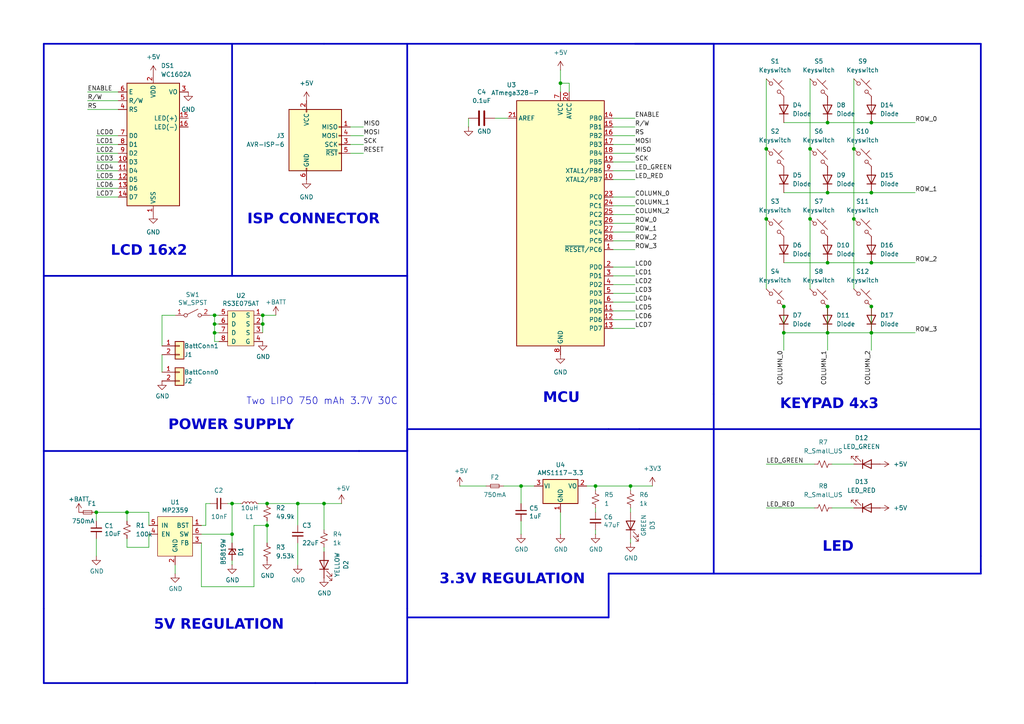
<source format=kicad_sch>
(kicad_sch (version 20231120) (generator "eeschema") (generator_version "8.0")
  (paper "A4")
  (title_block (title "Digital door lock") (date "2024-03-26"))
  (lib_symbols
    (symbol "+BATT_1" (power) (pin_names (offset 0))
      (property "Value" "+BATT" (at 0 3.556 0))
      (symbol "+BATT_1_0_1"
        (polyline (pts (xy -0.762 1.27) (xy 0 2.54)))
        (polyline (pts (xy 0 0) (xy 0 2.54)))
        (polyline (pts (xy 0 2.54) (xy 0.762 1.27)))
      )
      (symbol "+BATT_1_1_1"
        (pin power_in line (at 0 0 90) (length 0) hide (name "+BATT") (number "1"))
      )
    )
    (symbol "Connector:AVR-ISP-6" (pin_names (offset 1.016))
      (property "Reference" "J" (at -6.35 11.43 0))
      (property "Value" "AVR-ISP-6" (at 0 11.43 0))
      (symbol "AVR-ISP-6_0_1"
        (rectangle (start -2.667 -6.858) (end -2.413 -7.62))
        (rectangle (start -2.667 10.16) (end -2.413 9.398))
        (rectangle (start 7.62 -2.413) (end 6.858 -2.667))
        (rectangle (start 7.62 0.127) (end 6.858 -0.127))
        (rectangle (start 7.62 2.667) (end 6.858 2.413))
        (rectangle (start 7.62 5.207) (end 6.858 4.953))
        (rectangle (start 7.62 10.16) (end -7.62 -7.62) (stroke (width 0.254)) (fill (type background)))
      )
      (symbol "AVR-ISP-6_1_1"
        (pin passive line (at 10.16 5.08 180) (length 2.54) (name "MISO") (number "1"))
        (pin passive line (at -2.54 12.7 270) (length 2.54) (name "VCC") (number "2"))
        (pin passive line (at 10.16 0 180) (length 2.54) (name "SCK") (number "3"))
        (pin passive line (at 10.16 2.54 180) (length 2.54) (name "MOSI") (number "4"))
        (pin passive line (at 10.16 -2.54 180) (length 2.54) (name "~{RST}") (number "5"))
        (pin passive line (at -2.54 -10.16 90) (length 2.54) (name "GND") (number "6"))
      )
    )
    (symbol "Connector_Generic:Conn_01x02" (pin_names (offset 1.016) hide)
      (property "Reference" "J" (at 0 2.54 0))
      (property "Value" "Conn_01x02" (at 0 -5.08 0))
      (symbol "Conn_01x02_1_1"
        (rectangle (start -1.27 -2.413) (end 0 -2.667) (stroke (width 0.1524)))
        (rectangle (start -1.27 0.127) (end 0 -0.127) (stroke (width 0.1524)))
        (rectangle (start -1.27 1.27) (end 1.27 -3.81) (stroke (width 0.254)) (fill (type background)))
        (pin passive line (at -5.08 0 0) (length 3.81) (name "Pin_1") (number "1"))
        (pin passive line (at -5.08 -2.54 0) (length 3.81) (name "Pin_2") (number "2"))
      )
    )
    (symbol "Custom_ICs:MP2359" (pin_names (offset 1.016))
      (property "Reference" "U" (at 0 7.62 0))
      (property "Value" "MP2359" (at 0 5.08 0))
      (symbol "MP2359_0_1"
        (rectangle (start -5.08 3.81) (end 5.08 -7.62) (fill (type background)))
      )
      (symbol "MP2359_1_1"
        (pin output line (at 7.62 1.27 180) (length 2.54) (name "BST") (number "1"))
        (pin output line (at 0 -10.16 90) (length 2.54) (name "GND") (number "2"))
        (pin input line (at 7.62 -3.81 180) (length 2.54) (name "FB") (number "3"))
        (pin input line (at -7.62 -1.27 0) (length 2.54) (name "EN") (number "4"))
        (pin power_in line (at -7.62 1.27 0) (length 2.54) (name "IN") (number "5"))
        (pin output line (at 7.62 -1.27 180) (length 2.54) (name "SW") (number "6"))
      )
    )
    (symbol "Custom_ICs:RS3E075AT" (pin_names (offset 1.016))
      (property "Reference" "U" (at 0 6.35 0))
      (property "Value" "RS3E075AT" (at 0 -6.35 0))
      (symbol "RS3E075AT_0_1"
        (rectangle (start -3.81 5.08) (end 3.81 -5.08) (fill (type background)))
      )
      (symbol "RS3E075AT_1_1"
        (pin bidirectional line (at 6.35 3.81 180) (length 2.54) (name "S") (number "1"))
        (pin bidirectional line (at 6.35 1.27 180) (length 2.54) (name "S") (number "2"))
        (pin bidirectional line (at 6.35 -1.27 180) (length 2.54) (name "S") (number "3"))
        (pin input line (at 6.35 -3.81 180) (length 2.54) (name "G") (number "4"))
        (pin input line (at -6.35 3.81 0) (length 2.54) (name "D") (number "5"))
        (pin input line (at -6.35 1.27 0) (length 2.54) (name "D") (number "6"))
        (pin input line (at -6.35 -1.27 0) (length 2.54) (name "D") (number "7"))
        (pin input line (at -6.35 -3.81 0) (length 2.54) (name "D") (number "8"))
      )
    )
    (symbol "Device:C" (pin_numbers hide) (pin_names (offset 0.254))
      (property "Reference" "C" (at 0.635 2.54 0))
      (property "Value" "C" (at 0.635 -2.54 0))
      (symbol "C_0_1"
        (polyline (pts (xy -2.032 -0.762) (xy 2.032 -0.762)) (stroke (width 0.508)))
        (polyline (pts (xy -2.032 0.762) (xy 2.032 0.762)) (stroke (width 0.508)))
      )
      (symbol "C_1_1"
        (pin passive line (at 0 3.81 270) (length 2.794) (name "~") (number "1"))
        (pin passive line (at 0 -3.81 90) (length 2.794) (name "~") (number "2"))
      )
    )
    (symbol "Device:C_Small" (pin_numbers hide) (pin_names (offset 0.254) hide)
      (property "Reference" "C" (at 0.254 1.778 0))
      (property "Value" "C_Small" (at 0.254 -2.032 0))
      (symbol "C_Small_0_1"
        (polyline (pts (xy -1.524 -0.508) (xy 1.524 -0.508)) (stroke (width 0.3302)))
        (polyline (pts (xy -1.524 0.508) (xy 1.524 0.508)) (stroke (width 0.3048)))
      )
      (symbol "C_Small_1_1"
        (pin passive line (at 0 2.54 270) (length 2.032) (name "~") (number "1"))
        (pin passive line (at 0 -2.54 90) (length 2.032) (name "~") (number "2"))
      )
    )
    (symbol "Device:D_Zener_Small" (pin_numbers hide) (pin_names (offset 0.254) hide)
      (property "Reference" "D" (at 0 2.286 0))
      (property "Value" "D_Zener_Small" (at 0 -2.286 0))
      (symbol "D_Zener_Small_0_1"
        (polyline (pts (xy 0.762 0) (xy -0.762 0)))
        (polyline (pts (xy -0.254 1.016) (xy -0.762 1.016) (xy -0.762 -1.016)) (stroke (width 0.254)))
        (polyline (pts (xy 0.762 1.016) (xy -0.762 0) (xy 0.762 -1.016) (xy 0.762 1.016)) (stroke (width 0.254)))
      )
      (symbol "D_Zener_Small_1_1"
        (pin passive line (at -2.54 0 0) (length 1.778) (name "K") (number "1"))
        (pin passive line (at 2.54 0 180) (length 1.778) (name "A") (number "2"))
      )
    )
    (symbol "Device:Fuse_Small" (pin_numbers hide) (pin_names (offset 0.254) hide)
      (property "Reference" "F" (at 0 -1.524 0))
      (property "Value" "Fuse_Small" (at 0 1.524 0))
      (symbol "Fuse_Small_0_1"
        (rectangle (start -1.27 0.508) (end 1.27 -0.508))
        (polyline (pts (xy -1.27 0) (xy 1.27 0)))
      )
      (symbol "Fuse_Small_1_1"
        (pin passive line (at -2.54 0 0) (length 1.27) (name "~") (number "1"))
        (pin passive line (at 2.54 0 180) (length 1.27) (name "~") (number "2"))
      )
    )
    (symbol "Device:LED" (pin_numbers hide) (pin_names (offset 1.016) hide)
      (property "Reference" "D" (at 0 2.54 0))
      (property "Value" "LED" (at 0 -2.54 0))
      (symbol "LED_0_1"
        (polyline (pts (xy -1.27 -1.27) (xy -1.27 1.27)) (stroke (width 0.254)))
        (polyline (pts (xy -1.27 0) (xy 1.27 0)))
        (polyline (pts (xy 1.27 -1.27) (xy 1.27 1.27) (xy -1.27 0) (xy 1.27 -1.27)) (stroke (width 0.254)))
        (polyline (pts (xy -3.048 -0.762) (xy -4.572 -2.286) (xy -3.81 -2.286) (xy -4.572 -2.286) (xy -4.572 -1.524)))
        (polyline (pts (xy -1.778 -0.762) (xy -3.302 -2.286) (xy -2.54 -2.286) (xy -3.302 -2.286) (xy -3.302 -1.524)))
      )
      (symbol "LED_1_1"
        (pin passive line (at -3.81 0 0) (length 2.54) (name "K") (number "1"))
        (pin passive line (at 3.81 0 180) (length 2.54) (name "A") (number "2"))
      )
    )
    (symbol "Device:L_Small" (pin_numbers hide) (pin_names (offset 0.254) hide)
      (property "Reference" "L" (at 0.762 1.016 0))
      (property "Value" "L_Small" (at 0.762 -1.016 0))
      (symbol "L_Small_0_1"
        (arc (start 0 -2.032) (mid 0.5058 -1.524) (end 0 -1.016))
        (arc (start 0 -1.016) (mid 0.5058 -0.508) (end 0 0))
        (arc (start 0 0) (mid 0.5058 0.508) (end 0 1.016))
        (arc (start 0 1.016) (mid 0.5058 1.524) (end 0 2.032))
      )
      (symbol "L_Small_1_1"
        (pin passive line (at 0 2.54 270) (length 0.508) (name "~") (number "1"))
        (pin passive line (at 0 -2.54 90) (length 0.508) (name "~") (number "2"))
      )
    )
    (symbol "Device:R_Small_US" (pin_numbers hide) (pin_names (offset 0.254) hide)
      (property "Reference" "R" (at 0.762 0.508 0))
      (property "Value" "R_Small_US" (at 0.762 -1.016 0))
      (symbol "R_Small_US_1_1"
        (polyline (pts (xy 0 0) (xy 1.016 -0.381) (xy 0 -0.762) (xy -1.016 -1.143) (xy 0 -1.524)))
        (polyline (pts (xy 0 1.524) (xy 1.016 1.143) (xy 0 0.762) (xy -1.016 0.381) (xy 0 0)))
        (pin passive line (at 0 2.54 270) (length 1.016) (name "~") (number "1"))
        (pin passive line (at 0 -2.54 90) (length 1.016) (name "~") (number "2"))
      )
    )
    (symbol "Display_Character:WC1602A"
      (property "Reference" "DS" (at -5.842 19.05 0))
      (property "Value" "WC1602A" (at 5.334 19.05 0))
      (symbol "WC1602A_1_1"
        (rectangle (start -7.62 17.78) (end 7.62 -17.78) (stroke (width 0.254)) (fill (type background)))
        (pin power_in line (at 0 -20.32 90) (length 2.54) (name "VSS") (number "1"))
        (pin input line (at -10.16 -5.08 0) (length 2.54) (name "D3") (number "10"))
        (pin input line (at -10.16 -7.62 0) (length 2.54) (name "D4") (number "11"))
        (pin input line (at -10.16 -10.16 0) (length 2.54) (name "D5") (number "12"))
        (pin input line (at -10.16 -12.7 0) (length 2.54) (name "D6") (number "13"))
        (pin input line (at -10.16 -15.24 0) (length 2.54) (name "D7") (number "14"))
        (pin power_in line (at 10.16 7.62 180) (length 2.54) (name "LED(+)") (number "15"))
        (pin power_in line (at 10.16 5.08 180) (length 2.54) (name "LED(-)") (number "16"))
        (pin power_in line (at 0 20.32 270) (length 2.54) (name "VDD") (number "2"))
        (pin input line (at 10.16 15.24 180) (length 2.54) (name "VO") (number "3"))
        (pin input line (at -10.16 10.16 0) (length 2.54) (name "RS") (number "4"))
        (pin input line (at -10.16 12.7 0) (length 2.54) (name "R/W") (number "5"))
        (pin input line (at -10.16 15.24 0) (length 2.54) (name "E") (number "6"))
        (pin input line (at -10.16 2.54 0) (length 2.54) (name "D0") (number "7"))
        (pin input line (at -10.16 0 0) (length 2.54) (name "D1") (number "8"))
        (pin input line (at -10.16 -2.54 0) (length 2.54) (name "D2") (number "9"))
      )
    )
    (symbol "Fuse_Small_1" (pin_numbers hide) (pin_names (offset 0.254) hide)
      (property "Reference" "F" (at 0 -1.524 0))
      (property "Value" "Fuse_Small" (at 0 1.524 0))
      (symbol "Fuse_Small_1_0_1"
        (rectangle (start -1.27 0.508) (end 1.27 -0.508))
        (polyline (pts (xy -1.27 0) (xy 1.27 0)))
      )
      (symbol "Fuse_Small_1_1_1"
        (pin passive line (at -2.54 0 0) (length 1.27) (name "~") (number "1"))
        (pin passive line (at 2.54 0 180) (length 1.27) (name "~") (number "2"))
      )
    )
    (symbol "MCU_Microchip_ATmega:ATmega328-P"
      (property "Reference" "U" (at -12.7 36.83 0))
      (property "Value" "ATmega328-P" (at 2.54 -36.83 0))
      (symbol "ATmega328-P_0_1"
        (rectangle (start -12.7 -35.56) (end 12.7 35.56) (stroke (width 0.254)) (fill (type background)))
      )
      (symbol "ATmega328-P_1_1"
        (pin bidirectional line (at 15.24 -7.62 180) (length 2.54) (name "~{RESET}/PC6") (number "1"))
        (pin bidirectional line (at 15.24 12.7 180) (length 2.54) (name "XTAL2/PB7") (number "10"))
        (pin bidirectional line (at 15.24 -25.4 180) (length 2.54) (name "PD5") (number "11"))
        (pin bidirectional line (at 15.24 -27.94 180) (length 2.54) (name "PD6") (number "12"))
        (pin bidirectional line (at 15.24 -30.48 180) (length 2.54) (name "PD7") (number "13"))
        (pin bidirectional line (at 15.24 30.48 180) (length 2.54) (name "PB0") (number "14"))
        (pin bidirectional line (at 15.24 27.94 180) (length 2.54) (name "PB1") (number "15"))
        (pin bidirectional line (at 15.24 25.4 180) (length 2.54) (name "PB2") (number "16"))
        (pin bidirectional line (at 15.24 22.86 180) (length 2.54) (name "PB3") (number "17"))
        (pin bidirectional line (at 15.24 20.32 180) (length 2.54) (name "PB4") (number "18"))
        (pin bidirectional line (at 15.24 17.78 180) (length 2.54) (name "PB5") (number "19"))
        (pin bidirectional line (at 15.24 -12.7 180) (length 2.54) (name "PD0") (number "2"))
        (pin power_in line (at 2.54 38.1 270) (length 2.54) (name "AVCC") (number "20"))
        (pin passive line (at -15.24 30.48 0) (length 2.54) (name "AREF") (number "21"))
        (pin passive line (at 0 -38.1 90) (length 2.54) hide (name "GND") (number "22"))
        (pin bidirectional line (at 15.24 7.62 180) (length 2.54) (name "PC0") (number "23"))
        (pin bidirectional line (at 15.24 5.08 180) (length 2.54) (name "PC1") (number "24"))
        (pin bidirectional line (at 15.24 2.54 180) (length 2.54) (name "PC2") (number "25"))
        (pin bidirectional line (at 15.24 0 180) (length 2.54) (name "PC3") (number "26"))
        (pin bidirectional line (at 15.24 -2.54 180) (length 2.54) (name "PC4") (number "27"))
        (pin bidirectional line (at 15.24 -5.08 180) (length 2.54) (name "PC5") (number "28"))
        (pin bidirectional line (at 15.24 -15.24 180) (length 2.54) (name "PD1") (number "3"))
        (pin bidirectional line (at 15.24 -17.78 180) (length 2.54) (name "PD2") (number "4"))
        (pin bidirectional line (at 15.24 -20.32 180) (length 2.54) (name "PD3") (number "5"))
        (pin bidirectional line (at 15.24 -22.86 180) (length 2.54) (name "PD4") (number "6"))
        (pin power_in line (at 0 38.1 270) (length 2.54) (name "VCC") (number "7"))
        (pin power_in line (at 0 -38.1 90) (length 2.54) (name "GND") (number "8"))
        (pin bidirectional line (at 15.24 15.24 180) (length 2.54) (name "XTAL1/PB6") (number "9"))
      )
    )
    (symbol "Regulator_Linear:AMS1117-3.3" (pin_names (offset 0.254))
      (property "Reference" "U" (at -3.81 3.175 0))
      (property "Value" "AMS1117-3.3" (at 0 3.175 0))
      (symbol "AMS1117-3.3_0_1"
        (rectangle (start -5.08 -5.08) (end 5.08 1.905) (stroke (width 0.254)) (fill (type background)))
      )
      (symbol "AMS1117-3.3_1_1"
        (pin power_in line (at 0 -7.62 90) (length 2.54) (name "GND") (number "1"))
        (pin power_out line (at 7.62 0 180) (length 2.54) (name "VO") (number "2"))
        (pin power_in line (at -7.62 0 0) (length 2.54) (name "VI") (number "3"))
      )
    )
    (symbol "ScottoKeebs:Placeholder_Diode" (pin_numbers hide) (pin_names hide)
      (property "Reference" "D" (at 0 2.54 0))
      (property "Value" "Diode" (at 0 -2.54 0))
      (symbol "Placeholder_Diode_0_1"
        (polyline (pts (xy -1.27 1.27) (xy -1.27 -1.27)) (stroke (width 0.254)))
        (polyline (pts (xy 1.27 0) (xy -1.27 0)))
        (polyline (pts (xy 1.27 1.27) (xy 1.27 -1.27) (xy -1.27 0) (xy 1.27 1.27)) (stroke (width 0.254)))
      )
      (symbol "Placeholder_Diode_1_1"
        (pin passive line (at -3.81 0 0) (length 2.54) (name "K") (number "1"))
        (pin passive line (at 3.81 0 180) (length 2.54) (name "A") (number "2"))
      )
    )
    (symbol "ScottoKeebs:Placeholder_Keyswitch" (pin_numbers hide) (pin_names (offset 1.016) hide)
      (property "Reference" "S" (at 3.048 1.016 0))
      (property "Value" "Keyswitch" (at 0 -3.81 0))
      (symbol "Placeholder_Keyswitch_0_1"
        (circle (center -1.1684 1.1684) (radius 0.508))
        (polyline (pts (xy -0.508 2.54) (xy 2.54 -0.508)))
        (polyline (pts (xy 1.016 1.016) (xy 2.032 2.032)))
        (polyline (pts (xy -2.54 2.54) (xy -1.524 1.524) (xy -1.524 1.524)))
        (polyline (pts (xy 1.524 -1.524) (xy 2.54 -2.54) (xy 2.54 -2.54) (xy 2.54 -2.54)))
        (circle (center 1.143 -1.1938) (radius 0.508))
        (pin passive line (at -2.54 2.54 0) (length 0) (name "1") (number "1"))
        (pin passive line (at 2.54 -2.54 180) (length 0) (name "2") (number "2"))
      )
    )
    (symbol "Switch:SW_SPST" (pin_names (offset 0) hide)
      (property "Reference" "SW" (at 0 3.175 0))
      (property "Value" "SW_SPST" (at 0 -2.54 0))
      (symbol "SW_SPST_0_0"
        (circle (center -2.032 0) (radius 0.508))
        (polyline (pts (xy -1.524 0.254) (xy 1.524 1.778)))
        (circle (center 2.032 0) (radius 0.508))
      )
      (symbol "SW_SPST_1_1"
        (pin passive line (at -5.08 0 0) (length 2.54) (name "A") (number "1"))
        (pin passive line (at 5.08 0 180) (length 2.54) (name "B") (number "2"))
      )
    )
    (symbol "power:+3.3V" (power) (pin_names (offset 0))
      (property "Value" "+3.3V" (at 0 3.556 0))
      (symbol "+3.3V_0_1"
        (polyline (pts (xy -0.762 1.27) (xy 0 2.54)))
        (polyline (pts (xy 0 0) (xy 0 2.54)))
        (polyline (pts (xy 0 2.54) (xy 0.762 1.27)))
      )
      (symbol "+3.3V_1_1"
        (pin power_in line (at 0 0 90) (length 0) hide (name "+3V3") (number "1"))
      )
    )
    (symbol "power:+5V" (power) (pin_numbers hide) (pin_names (offset 0) hide)
      (property "Value" "+5V" (at 0 3.556 0))
      (symbol "+5V_0_1"
        (polyline (pts (xy -0.762 1.27) (xy 0 2.54)))
        (polyline (pts (xy 0 0) (xy 0 2.54)))
        (polyline (pts (xy 0 2.54) (xy 0.762 1.27)))
      )
      (symbol "+5V_1_1"
        (pin power_in line (at 0 0 90) (length 0) (name "~") (number "1"))
      )
    )
    (symbol "power:+BATT" (power) (pin_names (offset 0))
      (property "Value" "+BATT" (at 0 3.556 0))
      (symbol "+BATT_0_1"
        (polyline (pts (xy -0.762 1.27) (xy 0 2.54)))
        (polyline (pts (xy 0 0) (xy 0 2.54)))
        (polyline (pts (xy 0 2.54) (xy 0.762 1.27)))
      )
      (symbol "+BATT_1_1"
        (pin power_in line (at 0 0 90) (length 0) hide (name "+BATT") (number "1"))
      )
    )
    (symbol "power:GND" (power) (pin_numbers hide) (pin_names (offset 0) hide)
      (property "Value" "GND" (at 0 -3.81 0))
      (symbol "GND_0_1"
        (polyline (pts (xy 0 0) (xy 0 -1.27) (xy 1.27 -1.27) (xy 0 -2.54) (xy -1.27 -1.27) (xy 0 -1.27)))
      )
      (symbol "GND_1_1"
        (pin power_in line (at 0 0 270) (length 0) (name "~") (number "1"))
      )
    )
  )
  (junction (at 162.56 24.13))
  (junction (at 182.88 140.97))
  (junction (at 62.23 96.52))
  (junction (at 151.13 140.97))
  (junction (at 36.83 148.59))
  (junction (at 240.03 35.56))
  (junction (at 234.95 63.5))
  (junction (at 67.31 146.05))
  (junction (at 62.23 91.44))
  (junction (at 247.65 43.18))
  (junction (at 252.73 76.2))
  (junction (at 86.36 146.05))
  (junction (at 76.2 93.98))
  (junction (at 227.33 96.52))
  (junction (at 252.73 55.88))
  (junction (at 247.65 63.5))
  (junction (at 67.31 154.94))
  (junction (at 77.47 152.4))
  (junction (at 234.95 43.18))
  (junction (at 240.03 76.2))
  (junction (at 240.03 55.88))
  (junction (at 252.73 35.56))
  (junction (at 172.72 140.97))
  (junction (at 222.25 43.18))
  (junction (at 222.25 63.5))
  (junction (at 240.03 88.9))
  (junction (at 27.94 148.59))
  (junction (at 62.23 93.98))
  (junction (at 252.73 96.52))
  (junction (at 252.73 88.9))
  (junction (at 76.2 91.44))
  (junction (at 77.47 146.05))
  (junction (at 93.98 146.05))
  (junction (at 240.03 96.52))
  (junction (at 227.33 88.9))
  (wire (pts (xy 76.2 93.98) (xy 76.2 91.44)))
  (wire (pts (xy 162.56 24.13) (xy 162.56 26.67)))
  (polyline (pts (xy 12.7 12.7) (xy 12.7 130.81)) (stroke (width 0.5)))
  (wire (pts (xy 240.03 96.52) (xy 252.73 96.52)))
  (wire (pts (xy 36.83 156.21) (xy 36.83 158.75)))
  (wire (pts (xy 182.88 147.32) (xy 182.88 148.59)))
  (wire (pts (xy 25.4 26.67) (xy 34.29 26.67)))
  (wire (pts (xy 184.15 92.71) (xy 177.8 92.71)))
  (wire (pts (xy 36.83 148.59) (xy 43.18 148.59)))
  (wire (pts (xy 151.13 140.97) (xy 154.94 140.97)))
  (polyline (pts (xy 207.01 12.7) (xy 93.98 12.7)) (stroke (width 0.5)))
  (wire (pts (xy 184.15 44.45) (xy 177.8 44.45)))
  (wire (pts (xy 177.8 36.83) (xy 184.15 36.83)))
  (polyline (pts (xy 91.44 198.12) (xy 118.11 198.12)) (stroke (width 0.5)))
  (wire (pts (xy 177.8 49.53) (xy 184.15 49.53)))
  (polyline (pts (xy 185.42 124.46) (xy 284.48 124.46)) (stroke (width 0.5)))
  (wire (pts (xy 227.33 35.56) (xy 240.03 35.56)))
  (wire (pts (xy 184.15 46.99) (xy 177.8 46.99)))
  (wire (pts (xy 93.98 146.05) (xy 93.98 153.67)))
  (wire (pts (xy 73.66 152.4) (xy 73.66 170.18)))
  (wire (pts (xy 222.25 63.5) (xy 222.25 83.82)))
  (wire (pts (xy 73.66 152.4) (xy 77.47 152.4)))
  (polyline (pts (xy 118.11 179.07) (xy 176.53 179.07)) (stroke (width 0.5)))
  (wire (pts (xy 27.94 41.91) (xy 34.29 41.91)))
  (wire (pts (xy 182.88 157.48) (xy 182.88 156.21)))
  (wire (pts (xy 86.36 146.05) (xy 93.98 146.05)))
  (wire (pts (xy 74.93 146.05) (xy 77.47 146.05)))
  (wire (pts (xy 184.15 90.17) (xy 177.8 90.17)))
  (wire (pts (xy 66.04 146.05) (xy 67.31 146.05)))
  (wire (pts (xy 252.73 101.6) (xy 252.73 96.52)))
  (polyline (pts (xy 176.53 166.37) (xy 207.01 166.37)) (stroke (width 0.5)))
  (wire (pts (xy 227.33 55.88) (xy 240.03 55.88)))
  (wire (pts (xy 105.41 36.83) (xy 101.6 36.83)))
  (wire (pts (xy 184.15 72.39) (xy 177.8 72.39)))
  (wire (pts (xy 184.15 59.69) (xy 177.8 59.69)))
  (wire (pts (xy 247.65 43.18) (xy 247.65 63.5)))
  (wire (pts (xy 67.31 163.83) (xy 67.31 162.56)))
  (polyline (pts (xy 12.7 130.81) (xy 104.14 130.81)) (stroke (width 0.5)))
  (wire (pts (xy 184.15 41.91) (xy 177.8 41.91)))
  (wire (pts (xy 93.98 146.05) (xy 99.06 146.05)))
  (wire (pts (xy 252.73 96.52) (xy 252.73 88.9)))
  (wire (pts (xy 241.3 147.32) (xy 247.65 147.32)))
  (wire (pts (xy 36.83 158.75) (xy 43.18 158.75)))
  (wire (pts (xy 67.31 146.05) (xy 67.31 154.94)))
  (wire (pts (xy 76.2 93.98) (xy 76.2 96.52)))
  (polyline (pts (xy 118.11 12.7) (xy 118.11 80.01)) (stroke (width 0.5)))
  (wire (pts (xy 172.72 148.59) (xy 172.72 147.32)))
  (wire (pts (xy 62.23 93.98) (xy 62.23 91.44)))
  (wire (pts (xy 46.99 91.44) (xy 50.8 91.44)))
  (wire (pts (xy 135.89 36.83) (xy 135.89 34.29)))
  (wire (pts (xy 27.94 49.53) (xy 34.29 49.53)))
  (polyline (pts (xy 118.11 130.81) (xy 118.11 176.53)) (stroke (width 0.5)))
  (wire (pts (xy 240.03 96.52) (xy 240.03 88.9)))
  (wire (pts (xy 172.72 140.97) (xy 182.88 140.97)))
  (wire (pts (xy 184.15 64.77) (xy 177.8 64.77)))
  (polyline (pts (xy 284.48 166.37) (xy 284.48 165.1)) (stroke (width 0.5)))
  (polyline (pts (xy 118.11 124.46) (xy 118.11 130.81)) (stroke (width 0.5)))
  (wire (pts (xy 172.72 153.67) (xy 172.72 154.94)))
  (wire (pts (xy 184.15 87.63) (xy 177.8 87.63)))
  (wire (pts (xy 86.36 146.05) (xy 86.36 152.4)))
  (wire (pts (xy 105.41 44.45) (xy 101.6 44.45)))
  (polyline (pts (xy 176.53 179.07) (xy 176.53 166.37)) (stroke (width 0.5)))
  (wire (pts (xy 236.22 134.62) (xy 222.25 134.62)))
  (wire (pts (xy 265.43 55.88) (xy 252.73 55.88)))
  (wire (pts (xy 73.66 170.18) (xy 58.42 170.18)))
  (wire (pts (xy 227.33 96.52) (xy 240.03 96.52)))
  (wire (pts (xy 62.23 91.44) (xy 60.96 91.44)))
  (wire (pts (xy 247.65 63.5) (xy 247.65 83.82)))
  (wire (pts (xy 62.23 99.06) (xy 62.23 96.52)))
  (wire (pts (xy 27.94 46.99) (xy 34.29 46.99)))
  (wire (pts (xy 77.47 151.13) (xy 77.47 152.4)))
  (polyline (pts (xy 12.7 176.53) (xy 12.7 198.12)) (stroke (width 0.5)))
  (wire (pts (xy 184.15 62.23) (xy 177.8 62.23)))
  (wire (pts (xy 151.13 146.05) (xy 151.13 140.97)))
  (wire (pts (xy 222.25 43.18) (xy 222.25 63.5)))
  (wire (pts (xy 247.65 22.86) (xy 247.65 43.18)))
  (wire (pts (xy 59.69 152.4) (xy 59.69 146.05)))
  (wire (pts (xy 162.56 20.32) (xy 162.56 24.13)))
  (wire (pts (xy 27.94 148.59) (xy 36.83 148.59)))
  (wire (pts (xy 63.5 99.06) (xy 62.23 99.06)))
  (wire (pts (xy 240.03 101.6) (xy 240.03 96.52)))
  (polyline (pts (xy 118.11 176.53) (xy 118.11 198.12)) (stroke (width 0.5)))
  (polyline (pts (xy 176.53 124.46) (xy 118.11 124.46)) (stroke (width 0.5)))
  (wire (pts (xy 184.15 85.09) (xy 177.8 85.09)))
  (wire (pts (xy 234.95 22.86) (xy 234.95 43.18)))
  (wire (pts (xy 63.5 91.44) (xy 62.23 91.44)))
  (wire (pts (xy 46.99 102.87) (xy 46.99 107.95)))
  (wire (pts (xy 241.3 134.62) (xy 247.65 134.62)))
  (wire (pts (xy 77.47 146.05) (xy 86.36 146.05)))
  (wire (pts (xy 184.15 67.31) (xy 177.8 67.31)))
  (wire (pts (xy 222.25 22.86) (xy 222.25 43.18)))
  (wire (pts (xy 170.18 140.97) (xy 172.72 140.97)))
  (wire (pts (xy 67.31 146.05) (xy 69.85 146.05)))
  (wire (pts (xy 227.33 101.6) (xy 227.33 96.52)))
  (polyline (pts (xy 207.01 114.3) (xy 207.01 12.7)) (stroke (width 0.5)))
  (wire (pts (xy 146.05 140.97) (xy 151.13 140.97)))
  (wire (pts (xy 184.15 95.25) (xy 177.8 95.25)))
  (wire (pts (xy 227.33 96.52) (xy 227.33 88.9)))
  (polyline (pts (xy 284.48 161.29) (xy 284.48 165.1)) (stroke (width 0.5)))
  (wire (pts (xy 162.56 154.94) (xy 162.56 148.59)))
  (polyline (pts (xy 207.01 114.3) (xy 207.01 124.46)) (stroke (width 0.5)))
  (wire (pts (xy 172.72 142.24) (xy 172.72 140.97)))
  (polyline (pts (xy 104.14 130.81) (xy 118.11 130.81)) (stroke (width 0.5)))
  (wire (pts (xy 133.35 140.97) (xy 140.97 140.97)))
  (wire (pts (xy 50.8 163.83) (xy 50.8 166.37)))
  (wire (pts (xy 240.03 76.2) (xy 252.73 76.2)))
  (polyline (pts (xy 207.01 124.46) (xy 207.01 166.37)) (stroke (width 0.5)))
  (wire (pts (xy 25.4 31.75) (xy 34.29 31.75)))
  (polyline (pts (xy 207.01 166.37) (xy 284.48 166.37)) (stroke (width 0.5)))
  (wire (pts (xy 36.83 151.13) (xy 36.83 148.59)))
  (wire (pts (xy 240.03 55.88) (xy 252.73 55.88)))
  (wire (pts (xy 58.42 154.94) (xy 67.31 154.94)))
  (polyline (pts (xy 67.31 12.7) (xy 67.31 80.01)) (stroke (width 0.5)))
  (wire (pts (xy 58.42 157.48) (xy 58.42 170.18)))
  (polyline (pts (xy 284.48 161.29) (xy 284.48 12.7)) (stroke (width 0.5)))
  (wire (pts (xy 105.41 39.37) (xy 101.6 39.37)))
  (wire (pts (xy 63.5 93.98) (xy 62.23 93.98)))
  (wire (pts (xy 27.94 151.13) (xy 27.94 148.59)))
  (polyline (pts (xy 176.53 124.46) (xy 185.42 124.46)) (stroke (width 0.5)))
  (wire (pts (xy 234.95 63.5) (xy 234.95 83.82)))
  (wire (pts (xy 77.47 152.4) (xy 77.47 157.48)))
  (wire (pts (xy 165.1 26.67) (xy 165.1 24.13)))
  (wire (pts (xy 27.94 57.15) (xy 34.29 57.15)))
  (wire (pts (xy 265.43 35.56) (xy 252.73 35.56)))
  (wire (pts (xy 27.94 52.07) (xy 34.29 52.07)))
  (wire (pts (xy 25.4 29.21) (xy 34.29 29.21)))
  (wire (pts (xy 27.94 156.21) (xy 27.94 161.29)))
  (polyline (pts (xy 118.11 80.01) (xy 118.11 130.81)) (stroke (width 0.5)))
  (wire (pts (xy 227.33 76.2) (xy 240.03 76.2)))
  (wire (pts (xy 58.42 152.4) (xy 59.69 152.4)))
  (wire (pts (xy 59.69 146.05) (xy 60.96 146.05)))
  (wire (pts (xy 182.88 142.24) (xy 182.88 140.97)))
  (wire (pts (xy 67.31 154.94) (xy 67.31 157.48)))
  (wire (pts (xy 184.15 57.15) (xy 177.8 57.15)))
  (wire (pts (xy 265.43 96.52) (xy 252.73 96.52)))
  (wire (pts (xy 43.18 148.59) (xy 43.18 152.4)))
  (wire (pts (xy 76.2 91.44) (xy 80.01 91.44)))
  (wire (pts (xy 177.8 39.37) (xy 184.15 39.37)))
  (wire (pts (xy 143.51 34.29) (xy 147.32 34.29)))
  (wire (pts (xy 43.18 158.75) (xy 43.18 154.94)))
  (polyline (pts (xy 12.7 80.01) (xy 118.11 80.01)) (stroke (width 0.5)))
  (wire (pts (xy 27.94 39.37) (xy 34.29 39.37)))
  (wire (pts (xy 162.56 24.13) (xy 165.1 24.13)))
  (wire (pts (xy 240.03 35.56) (xy 252.73 35.56)))
  (polyline (pts (xy 284.48 12.7) (xy 184.15 12.7)) (stroke (width 0.5)))
  (wire (pts (xy 86.36 157.48) (xy 86.36 163.83)))
  (wire (pts (xy 182.88 140.97) (xy 189.23 140.97)))
  (wire (pts (xy 46.99 91.44) (xy 46.99 100.33)))
  (wire (pts (xy 62.23 96.52) (xy 63.5 96.52)))
  (wire (pts (xy 93.98 158.75) (xy 93.98 160.02)))
  (wire (pts (xy 184.15 69.85) (xy 177.8 69.85)))
  (wire (pts (xy 177.8 34.29) (xy 184.15 34.29)))
  (wire (pts (xy 27.94 44.45) (xy 34.29 44.45)))
  (wire (pts (xy 151.13 151.13) (xy 151.13 154.94)))
  (wire (pts (xy 27.94 54.61) (xy 34.29 54.61)))
  (wire (pts (xy 234.95 43.18) (xy 234.95 63.5)))
  (wire (pts (xy 184.15 80.01) (xy 177.8 80.01)))
  (polyline (pts (xy 12.7 12.7) (xy 93.98 12.7)) (stroke (width 0.5)))
  (wire (pts (xy 184.15 77.47) (xy 177.8 77.47)))
  (polyline (pts (xy 91.44 198.12) (xy 12.7 198.12)) (stroke (width 0.5)))
  (wire (pts (xy 62.23 96.52) (xy 62.23 93.98)))
  (wire (pts (xy 265.43 76.2) (xy 252.73 76.2)))
  (wire (pts (xy 177.8 52.07) (xy 184.15 52.07)))
  (wire (pts (xy 105.41 41.91) (xy 101.6 41.91)))
  (polyline (pts (xy 12.7 176.53) (xy 12.7 130.81)) (stroke (width 0.5)))
  (wire (pts (xy 222.25 147.32) (xy 236.22 147.32)))
  (wire (pts (xy 184.15 82.55) (xy 177.8 82.55)))
  (text "5V REGULATION" (at 63.5 182.118 0) (effects (font (size 3 3) (thickness 0.6) (bold yes))))
  (text "3.3V REGULATION" (at 148.59 168.91 0) (effects (font (size 3 3) (thickness 0.6) (bold yes))))
  (text "POWER SUPPLY" (at 67.056 124.206 0) (effects (font (size 3 3) (thickness 0.6) (bold yes))))
  (text "Two LIPO 750 mAh 3.7V 30C" (at 71.374 117.602 0) (effects (font (size 2 2)) (justify left bottom)))
  (text "LCD 16x2 \n" (at 43.942 73.66 0) (effects (font (size 3 3) (thickness 0.6) (bold yes))))
  (text "ISP CONNECTOR" (at 90.932 64.516 0) (effects (font (size 3 3) (thickness 0.6) (bold yes))))
  (text "LED" (at 243.078 159.512 0) (effects (font (size 3 3) (thickness 0.6) (bold yes))))
  (text "MCU\n" (at 162.814 116.332 0) (effects (font (size 3 3) (thickness 0.6) (bold yes))))
  (text "KEYPAD 4x3" (at 240.538 118.11 0) (effects (font (size 3 3) (thickness 0.6) (bold yes))))
  (label "R{slash}W" (at 184.15 36.83 0))
  (label "LCD7" (at 184.15 95.25 0))
  (label "COLUMN_2" (at 184.15 62.23 0))
  (label "RS" (at 184.15 39.37 0))
  (label "RS" (at 25.4 31.75 0))
  (label "COLUMN_1" (at 240.03 101.6 270))
  (label "LED_GREEN" (at 184.15 49.53 0))
  (label "ROW_3" (at 265.43 96.52 0))
  (label "ROW_0" (at 265.43 35.56 0))
  (label "COLUMN_2" (at 252.73 101.6 270))
  (label "ROW_2" (at 184.15 69.85 0))
  (label "SCK" (at 105.41 41.91 0))
  (label "LCD4" (at 184.15 87.63 0))
  (label "SCK" (at 184.15 46.99 0))
  (label "LED_RED" (at 184.15 52.07 0))
  (label "MISO" (at 105.41 36.83 0))
  (label "LCD6" (at 27.94 54.61 0))
  (label "LCD2" (at 27.94 44.45 0))
  (label "ROW_2" (at 265.43 76.2 0))
  (label "LED_GREEN" (at 222.25 134.62 0))
  (label "LCD7" (at 27.94 57.15 0))
  (label "ROW_1" (at 184.15 67.31 0))
  (label "COLUMN_1" (at 184.15 59.69 0))
  (label "LED_RED" (at 222.25 147.32 0))
  (label "LCD4" (at 27.94 49.53 0))
  (label "LCD2" (at 184.15 82.55 0))
  (label "ROW_0" (at 184.15 64.77 0))
  (label "LCD1" (at 184.15 80.01 0))
  (label "LCD5" (at 27.94 52.07 0))
  (label "ENABLE" (at 184.15 34.29 0))
  (label "ROW_3" (at 184.15 72.39 0))
  (label "LCD0" (at 27.94 39.37 0))
  (label "LCD6" (at 184.15 92.71 0))
  (label "RESET" (at 105.41 44.45 0))
  (label "COLUMN_0" (at 227.33 101.6 270))
  (label "MOSI" (at 105.41 39.37 0))
  (label "R{slash}W" (at 25.4 29.21 0))
  (label "COLUMN_0" (at 184.15 57.15 0))
  (label "MISO" (at 184.15 44.45 0))
  (label "LCD5" (at 184.15 90.17 0))
  (label "LCD1" (at 27.94 41.91 0))
  (label "LCD0" (at 184.15 77.47 0))
  (label "LCD3" (at 184.15 85.09 0))
  (label "ENABLE" (at 25.4 26.67 0))
  (label "LCD3" (at 27.94 46.99 0))
  (label "ROW_1" (at 265.43 55.88 0))
  (label "MOSI" (at 184.15 41.91 0))
  (symbol (lib_id "Device:C_Small") (at 151.13 148.59 0) (unit 1)
    (property "Reference" "C5" (at 153.4668 147.4216 0) (effects (justify left)))
    (property "Value" "1uF" (at 153.4668 149.733 0) (effects (justify left)))
    (property "Footprint" "Capacitor_SMD:C_0805_2012Metric" (effects (hide yes)))
    (property "Datasheet" "https://media.digikey.com/pdf/Data%20Sheets/Samsung%20PDFs/CL21B105KBFNNNE_Spec.pdf" (effects (hide yes)))
    (property "LCSC Part" "C28323" (effects (hide yes)))
  )
  (symbol (lib_id "power:GND") (at 162.56 154.94 0) (unit 1)
    (property "Reference" "#PWR022" (effects (hide yes)))
    (property "Value" "GND" (at 162.687 159.3342 0))
  )
  (symbol (lib_id "ScottoKeebs:Placeholder_Diode") (at 240.03 52.07 90) (unit 1)
    (property "Reference" "D9" (at 242.57 50.7999 90) (effects (justify right)))
    (property "Value" "Diode" (at 242.57 53.3399 90) (effects (justify right)))
    (property "Footprint" "Diode_SMD:D_0603_1608Metric" (effects (hide yes)))
    (property "Description" "1N4148 (DO-35) or 1N4148W (SOD-123)" (effects (hide yes)))
    (property "Sim.Device" "D" (effects (hide yes)))
    (property "Sim.Pins" "1=K 2=A" (effects (hide yes)))
  )
  (symbol (lib_id "Switch:SW_SPST") (at 55.88 91.44 0) (unit 1)
    (property "Reference" "SW1" (at 55.88 85.471 0))
    (property "Value" "SW_SPST" (at 55.88 87.7824 0))
    (property "Footprint" "Connector_PinHeader_2.54mm:PinHeader_1x02_P2.54mm_Vertical" (effects (hide yes)))
  )
  (symbol (lib_id "Device:D_Zener_Small") (at 67.31 160.02 270) (unit 1)
    (property "Reference" "D1" (at 69.85 160.02 0))
    (property "Value" "B5819W" (at 64.77 160.02 0))
    (property "Footprint" "Diode_SMD:D_SOD-123" (effects (hide yes)))
    (property "Datasheet" "https://datasheet.lcsc.com/lcsc/1809140216_Changjiang-Electronics-Tech-CJ-B5819W_C8598.pdf" (effects (hide yes)))
    (property "LCSC Part" "C8598" (effects (hide yes)))
  )
  (symbol (lib_id "power:+3.3V") (at 189.23 140.97 0) (unit 1)
    (property "Reference" "#PWR025" (effects (hide yes)))
    (property "Value" "+3V3" (at 189.23 135.89 0))
  )
  (symbol (lib_id "ScottoKeebs:Placeholder_Diode") (at 227.33 92.71 90) (unit 1)
    (property "Reference" "D7" (at 229.87 91.4399 90) (effects (justify right)))
    (property "Value" "Diode" (at 229.87 93.9799 90) (effects (justify right)))
    (property "Footprint" "Diode_SMD:D_0603_1608Metric" (effects (hide yes)))
    (property "Description" "1N4148 (DO-35) or 1N4148W (SOD-123)" (effects (hide yes)))
    (property "Sim.Device" "D" (effects (hide yes)))
    (property "Sim.Pins" "1=K 2=A" (effects (hide yes)))
  )
  (symbol (lib_id "power:GND") (at 93.98 167.64 0) (unit 1)
    (property "Reference" "#PWR015" (effects (hide yes)))
    (property "Value" "GND" (at 94.107 172.0342 0))
  )
  (symbol (lib_id "ScottoKeebs:Placeholder_Keyswitch") (at 224.79 86.36 0) (unit 1)
    (property "Reference" "S4" (at 224.79 78.74 0))
    (property "Value" "Keyswitch" (at 224.79 81.28 0))
    (property "Description" "Push button switch, normally open, two pins, 45° tilted" (effects (hide yes)))
  )
  (symbol (lib_id "Device:C_Small") (at 27.94 153.67 0) (unit 1)
    (property "Reference" "C1" (at 30.2768 152.5016 0) (effects (justify left)))
    (property "Value" "10uF" (at 30.2768 154.813 0) (effects (justify left)))
    (property "Footprint" "Capacitor_SMD:C_0805_2012Metric" (effects (hide yes)))
    (property "Datasheet" "https://www.digikey.com/en/products/detail/samsung-electro-mechanics/CL21A106KAYNNNE/3888549" (effects (hide yes)))
    (property "LCSC Part" "C15850" (effects (hide yes)))
  )
  (symbol (lib_id "ScottoKeebs:Placeholder_Diode") (at 252.73 52.07 90) (unit 1)
    (property "Reference" "D15" (at 255.27 50.7999 90) (effects (justify right)))
    (property "Value" "Diode" (at 255.27 53.3399 90) (effects (justify right)))
    (property "Footprint" "Diode_SMD:D_0603_1608Metric" (effects (hide yes)))
    (property "Description" "1N4148 (DO-35) or 1N4148W (SOD-123)" (effects (hide yes)))
    (property "Sim.Device" "D" (effects (hide yes)))
    (property "Sim.Pins" "1=K 2=A" (effects (hide yes)))
  )
  (symbol (lib_id "power:GND") (at 46.99 110.49 0) (unit 1)
    (property "Reference" "#PWR05" (effects (hide yes)))
    (property "Value" "GND" (at 47.117 114.8842 0))
  )
  (symbol (lib_id "ScottoKeebs:Placeholder_Keyswitch") (at 250.19 25.4 0) (unit 1)
    (property "Reference" "S9" (at 250.19 17.78 0))
    (property "Value" "Keyswitch" (at 250.19 20.32 0))
    (property "Description" "Push button switch, normally open, two pins, 45° tilted" (effects (hide yes)))
  )
  (symbol (lib_id "ScottoKeebs:Placeholder_Diode") (at 240.03 72.39 90) (unit 1)
    (property "Reference" "D10" (at 242.57 71.1199 90) (effects (justify right)))
    (property "Value" "Diode" (at 242.57 73.6599 90) (effects (justify right)))
    (property "Footprint" "Diode_SMD:D_0603_1608Metric" (effects (hide yes)))
    (property "Description" "1N4148 (DO-35) or 1N4148W (SOD-123)" (effects (hide yes)))
    (property "Sim.Device" "D" (effects (hide yes)))
    (property "Sim.Pins" "1=K 2=A" (effects (hide yes)))
  )
  (symbol (lib_id "power:GND") (at 135.89 36.83 0) (unit 1)
    (property "Reference" "#PWR018" (effects (hide yes)))
    (property "Value" "GND" (at 138.43 38.0999 0) (effects (justify left)))
    (property "Description" "Power symbol creates a global label with name \"GND\" , ground" (effects (hide yes)))
  )
  (symbol (lib_id "Custom_ICs:RS3E075AT") (at 69.85 95.25 0) (unit 1)
    (property "Reference" "U2" (at 69.85 85.725 0))
    (property "Value" "RS3E075AT" (at 69.85 88.0364 0))
    (property "Footprint" "Package_SO:SOP-8_3.9x4.9mm_P1.27mm" (effects (hide yes)))
  )
  (symbol (lib_id "Connector_Generic:Conn_01x02") (at 52.07 107.95 0) (unit 1)
    (property "Reference" "J2" (at 54.61 110.49 0))
    (property "Value" "BattConn0" (at 58.42 107.95 0))
    (property "Footprint" "Connector_JST:JST_PH_S2B-PH-K_1x02_P2.00mm_Horizontal" (effects (hide yes)))
  )
  (symbol (lib_id "power:+5V") (at 255.27 147.32 270) (unit 1)
    (property "Reference" "#PWR027" (effects (hide yes)))
    (property "Value" "+5V" (at 259.08 147.3199 90) (effects (justify left)))
    (property "Description" "Power symbol creates a global label with name \"+5V\"" (effects (hide yes)))
  )
  (symbol (lib_id "Device:R_Small_US") (at 93.98 156.21 0) (unit 1)
    (property "Reference" "R4" (at 96.52 154.9399 0) (effects (justify left)))
    (property "Value" "1k" (at 96.52 157.4799 0) (effects (justify left)))
    (property "Footprint" "Resistor_SMD:R_0603_1608Metric" (effects (hide yes)))
    (property "Description" "Resistor, small US symbol" (effects (hide yes)))
  )
  (symbol (lib_id "Regulator_Linear:AMS1117-3.3") (at 162.56 140.97 0) (unit 1)
    (property "Reference" "U4" (at 162.56 134.8232 0))
    (property "Value" "AMS1117-3.3" (at 162.56 137.1346 0))
    (property "Footprint" "Package_TO_SOT_SMD:SOT-223-3_TabPin2" (effects (hide yes)))
    (property "Datasheet" "http://www.advanced-monolithic.com/pdf/ds1117.pdf" (effects (hide yes)))
    (property "LCSC Part" "C6186" (effects (hide yes)))
  )
  (symbol (lib_id "power:+5V") (at 44.45 21.59 0) (unit 1)
    (property "Reference" "#PWR03" (effects (hide yes)))
    (property "Value" "+5V" (at 44.45 16.51 0))
    (property "Description" "Power symbol creates a global label with name \"+5V\"" (effects (hide yes)))
  )
  (symbol (lib_id "Connector:AVR-ISP-6") (at 91.44 41.91 0) (unit 1)
    (property "Reference" "J3" (at 82.55 39.3699 0) (effects (justify right)))
    (property "Value" "AVR-ISP-6" (at 82.55 41.9099 0) (effects (justify right)))
    (property "Footprint" "AVR-ISP:AVR-ISP" (effects (hide yes)))
    (property "Datasheet" " ~" (effects (hide yes)))
    (property "Description" "Atmel 6-pin ISP connector" (effects (hide yes)))
  )
  (symbol (lib_id "Device:LED") (at 182.88 152.4 90) (unit 1)
    (property "Reference" "D3" (at 189.23 152.4 0))
    (property "Value" "GREEN" (at 186.69 152.4 0))
    (property "Footprint" "LED_SMD:LED_0603_1608Metric" (effects (hide yes)))
    (property "Datasheet" "https://datasheet.lcsc.com/lcsc/1811101510_Everlight-Elec-19-217-GHC-YR1S2-3T_C72043.pdf" (effects (hide yes)))
    (property "LCSC Part" "C72043" (effects (hide yes)))
  )
  (symbol (lib_id "Device:R_Small_US") (at 36.83 153.67 0) (unit 1)
    (property "Reference" "R1" (at 39.37 152.3999 0) (effects (justify left)))
    (property "Value" "100k" (at 39.37 154.9399 0) (effects (justify left)))
    (property "Footprint" "Resistor_SMD:R_0603_1608Metric" (effects (hide yes)))
    (property "Description" "Resistor, small US symbol" (effects (hide yes)))
  )
  (symbol (lib_id "Device:C_Small") (at 63.5 146.05 90) (unit 1)
    (property "Reference" "C2" (at 64.77 142.24 90) (effects (justify left)))
    (property "Value" "10nF" (at 66.04 149.86 90) (effects (justify left)))
    (property "Footprint" "Capacitor_SMD:C_0805_2012Metric" (effects (hide yes)))
    (property "Datasheet" "https://www.digikey.com/en/products/detail/samsung-electro-mechanics/CL21B103KBANNNC/3886673" (effects (hide yes)))
    (property "LCSC Part" "C1710" (effects (hide yes)))
  )
  (symbol (lib_id "ScottoKeebs:Placeholder_Keyswitch") (at 250.19 86.36 0) (unit 1)
    (property "Reference" "S12" (at 250.19 78.74 0))
    (property "Value" "Keyswitch" (at 250.19 81.28 0))
    (property "Description" "Push button switch, normally open, two pins, 45° tilted" (effects (hide yes)))
  )
  (symbol (lib_id "power:GND") (at 162.56 102.87 0) (unit 1)
    (property "Reference" "#PWR021" (effects (hide yes)))
    (property "Value" "GND" (at 162.56 107.95 0))
    (property "Description" "Power symbol creates a global label with name \"GND\" , ground" (effects (hide yes)))
  )
  (symbol (lib_id "power:+5V") (at 88.9 29.21 0) (unit 1)
    (property "Reference" "#PWR013" (effects (hide yes)))
    (property "Value" "+5V" (at 88.9 24.13 0))
    (property "Description" "Power symbol creates a global label with name \"+5V\"" (effects (hide yes)))
  )
  (symbol (lib_id "power:GND") (at 44.45 62.23 0) (unit 1)
    (property "Reference" "#PWR04" (effects (hide yes)))
    (property "Value" "GND" (at 44.45 67.31 0))
    (property "Description" "Power symbol creates a global label with name \"GND\" , ground" (effects (hide yes)))
  )
  (symbol (lib_id "Device:R_Small_US") (at 77.47 148.59 0) (unit 1)
    (property "Reference" "R2" (at 80.01 147.3199 0) (effects (justify left)))
    (property "Value" "49.9k" (at 80.01 149.8599 0) (effects (justify left)))
    (property "Footprint" "Resistor_SMD:R_0603_1608Metric" (effects (hide yes)))
    (property "Description" "Resistor, small US symbol" (effects (hide yes)))
  )
  (symbol (lib_id "power:GND") (at 182.88 157.48 0) (unit 1)
    (property "Reference" "#PWR024" (effects (hide yes)))
    (property "Value" "GND" (at 183.007 161.8742 0))
  )
  (symbol (lib_id "Device:L_Small") (at 72.39 146.05 90) (unit 1)
    (property "Reference" "L1" (at 72.39 149.86 90))
    (property "Value" "10uH" (at 72.39 147.32 90))
    (property "Footprint" "Inductor_SMD:L_0603_1608Metric" (effects (hide yes)))
    (property "Datasheet" "https://datasheet.lcsc.com/szlcsc/1908272102_Sunlord-MWSA0503S-100MT_C408412.pdf" (effects (hide yes)))
    (property "LCSC Part" "C408412" (effects (hide yes)))
  )
  (symbol (lib_id "Device:R_Small_US") (at 238.76 147.32 90) (unit 1)
    (property "Reference" "R8" (at 238.76 140.97 90))
    (property "Value" "R_Small_US" (at 238.76 143.51 90))
    (property "Footprint" "Resistor_SMD:R_0603_1608Metric" (effects (hide yes)))
    (property "Description" "Resistor, small US symbol" (effects (hide yes)))
  )
  (symbol (lib_id "ScottoKeebs:Placeholder_Diode") (at 227.33 52.07 90) (unit 1)
    (property "Reference" "D5" (at 229.87 50.7999 90) (effects (justify right)))
    (property "Value" "Diode" (at 229.87 53.3399 90) (effects (justify right)))
    (property "Footprint" "Diode_SMD:D_0603_1608Metric" (effects (hide yes)))
    (property "Description" "1N4148 (DO-35) or 1N4148W (SOD-123)" (effects (hide yes)))
    (property "Sim.Device" "D" (effects (hide yes)))
    (property "Sim.Pins" "1=K 2=A" (effects (hide yes)))
  )
  (symbol (lib_id "Device:C") (at 139.7 34.29 90) (unit 1)
    (property "Reference" "C4" (at 139.7 26.67 90))
    (property "Value" "0.1uF" (at 139.7 29.21 90))
    (property "Footprint" "Capacitor_SMD:C_0805_2012Metric" (effects (hide yes)))
    (property "Description" "Unpolarized capacitor" (effects (hide yes)))
  )
  (symbol (lib_id "ScottoKeebs:Placeholder_Diode") (at 252.73 92.71 90) (unit 1)
    (property "Reference" "D17" (at 255.27 91.4399 90) (effects (justify right)))
    (property "Value" "Diode" (at 255.27 93.9799 90) (effects (justify right)))
    (property "Footprint" "Diode_SMD:D_0603_1608Metric" (effects (hide yes)))
    (property "Description" "1N4148 (DO-35) or 1N4148W (SOD-123)" (effects (hide yes)))
    (property "Sim.Device" "D" (effects (hide yes)))
    (property "Sim.Pins" "1=K 2=A" (effects (hide yes)))
  )
  (symbol (lib_id "Device:LED") (at 251.46 147.32 0) (mirror x) (unit 1)
    (property "Reference" "D13" (at 249.8725 139.7 0))
    (property "Value" "LED_RED" (at 249.8725 142.24 0))
    (property "Footprint" "LED_SMD:LED_0603_1608Metric" (effects (hide yes)))
    (property "Description" "Light emitting diode" (effects (hide yes)))
  )
  (symbol (lib_id "power:GND") (at 54.61 26.67 0) (unit 1)
    (property "Reference" "#PWR07" (effects (hide yes)))
    (property "Value" "GND" (at 54.61 31.75 0))
    (property "Description" "Power symbol creates a global label with name \"GND\" , ground" (effects (hide yes)))
  )
  (symbol (lib_id "power:+BATT") (at 22.86 148.59 0) (mirror y) (unit 1)
    (property "Reference" "#PWR01" (effects (hide yes)))
    (property "Value" "+BATT" (at 22.86 144.78 0))
  )
  (symbol (lib_id "ScottoKeebs:Placeholder_Keyswitch") (at 250.19 66.04 0) (unit 1)
    (property "Reference" "S11" (at 250.19 58.42 0))
    (property "Value" "Keyswitch" (at 250.19 60.96 0))
    (property "Description" "Push button switch, normally open, two pins, 45° tilted" (effects (hide yes)))
  )
  (symbol (lib_id "ScottoKeebs:Placeholder_Keyswitch") (at 224.79 45.72 0) (unit 1)
    (property "Reference" "S2" (at 224.79 38.1 0))
    (property "Value" "Keyswitch" (at 224.79 40.64 0))
    (property "Description" "Push button switch, normally open, two pins, 45° tilted" (effects (hide yes)))
  )
  (symbol (lib_id "power:GND") (at 76.2 99.06 0) (unit 1)
    (property "Reference" "#PWR09" (effects (hide yes)))
    (property "Value" "GND" (at 76.327 103.4542 0))
  )
  (symbol (lib_id "Device:Fuse_Small") (at 143.51 140.97 0) (unit 1)
    (property "Reference" "F2" (at 143.51 138.43 0))
    (property "Value" "750mA" (at 143.51 143.51 0))
    (property "Footprint" "Fuse:Fuse_1206_3216Metric" (effects (hide yes)))
  )
  (symbol (lib_id "power:GND") (at 27.94 161.29 0) (unit 1)
    (property "Reference" "#PWR02" (effects (hide yes)))
    (property "Value" "GND" (at 28.067 165.6842 0))
  )
  (symbol (lib_id "power:GND") (at 86.36 163.83 0) (unit 1)
    (property "Reference" "#PWR012" (effects (hide yes)))
    (property "Value" "GND" (at 86.487 168.2242 0))
  )
  (symbol (lib_id "power:GND") (at 77.47 162.56 0) (unit 1)
    (property "Reference" "#PWR010" (effects (hide yes)))
    (property "Value" "GND" (at 77.597 166.9542 0))
  )
  (symbol (lib_id "Device:C_Small") (at 172.72 151.13 0) (unit 1)
    (property "Reference" "C6" (at 175.0568 149.9616 0) (effects (justify left)))
    (property "Value" "47uF" (at 175.0568 152.273 0) (effects (justify left)))
    (property "Footprint" "Capacitor_SMD:C_1206_3216Metric" (effects (hide yes)))
    (property "Datasheet" "https://media.digikey.com/pdf/Data%20Sheets/Samsung%20PDFs/CL31A476MPHNNNE_Spec.pdf" (effects (hide yes)))
    (property "LCSC Part" "C96123" (effects (hide yes)))
  )
  (symbol (lib_id "Device:LED") (at 251.46 134.62 0) (mirror x) (unit 1)
    (property "Reference" "D12" (at 249.8725 127 0))
    (property "Value" "LED_GREEN" (at 249.8725 129.54 0))
    (property "Footprint" "LED_SMD:LED_0603_1608Metric" (effects (hide yes)))
    (property "Description" "Light emitting diode" (effects (hide yes)))
  )
  (symbol (lib_id "MCU_Microchip_ATmega:ATmega328-P") (at 162.56 64.77 0) (unit 1)
    (property "Reference" "U3" (at 148.336 24.638 0))
    (property "Value" "ATmega328-P" (at 149.352 26.924 0))
    (property "Footprint" "Package_DIP:DIP-28_W7.62mm" (effects (hide yes)))
    (property "Datasheet" "http://ww1.microchip.com/downloads/en/DeviceDoc/ATmega328_P%20AVR%20MCU%20with%20picoPower%20Technology%20Data%20Sheet%2040001984A.pdf" (effects (hide yes)))
    (property "Description" "20MHz, 32kB Flash, 2kB SRAM, 1kB EEPROM, DIP-28" (effects (hide yes)))
  )
  (symbol (lib_id "Device:R_Small_US") (at 172.72 144.78 180) (unit 1)
    (property "Reference" "R5" (at 175.26 143.5099 0) (effects (justify right)))
    (property "Value" "1" (at 175.26 146.0499 0) (effects (justify right)))
    (property "Footprint" "Resistor_SMD:R_0603_1608Metric" (effects (hide yes)))
    (property "Description" "Resistor, small US symbol" (effects (hide yes)))
  )
  (symbol (lib_id "power:GND") (at 151.13 154.94 0) (unit 1)
    (property "Reference" "#PWR019" (effects (hide yes)))
    (property "Value" "GND" (at 151.257 159.3342 0))
  )
  (symbol (lib_id "power:GND") (at 172.72 154.94 0) (unit 1)
    (property "Reference" "#PWR023" (effects (hide yes)))
    (property "Value" "GND" (at 172.847 159.3342 0))
  )
  (symbol (lib_id "ScottoKeebs:Placeholder_Keyswitch") (at 237.49 86.36 0) (unit 1)
    (property "Reference" "S8" (at 237.49 78.74 0))
    (property "Value" "Keyswitch" (at 237.49 81.28 0))
    (property "Description" "Push button switch, normally open, two pins, 45° tilted" (effects (hide yes)))
  )
  (symbol (lib_id "Device:R_Small_US") (at 77.47 160.02 0) (unit 1)
    (property "Reference" "R3" (at 80.01 158.7499 0) (effects (justify left)))
    (property "Value" "9.53k" (at 80.01 161.2899 0) (effects (justify left)))
    (property "Footprint" "Resistor_SMD:R_0603_1608Metric" (effects (hide yes)))
    (property "Description" "Resistor, small US symbol" (effects (hide yes)))
  )
  (symbol (lib_id "power:GND") (at 88.9 52.07 0) (unit 1)
    (property "Reference" "#PWR014" (effects (hide yes)))
    (property "Value" "GND" (at 88.9 57.15 0))
    (property "Description" "Power symbol creates a global label with name \"GND\" , ground" (effects (hide yes)))
  )
  (symbol (lib_id "ScottoKeebs:Placeholder_Diode") (at 252.73 72.39 90) (unit 1)
    (property "Reference" "D16" (at 255.27 71.1199 90) (effects (justify right)))
    (property "Value" "Diode" (at 255.27 73.6599 90) (effects (justify right)))
    (property "Footprint" "Diode_SMD:D_0603_1608Metric" (effects (hide yes)))
    (property "Description" "1N4148 (DO-35) or 1N4148W (SOD-123)" (effects (hide yes)))
    (property "Sim.Device" "D" (effects (hide yes)))
    (property "Sim.Pins" "1=K 2=A" (effects (hide yes)))
  )
  (symbol (lib_id "ScottoKeebs:Placeholder_Diode") (at 240.03 92.71 90) (unit 1)
    (property "Reference" "D11" (at 242.57 91.4399 90) (effects (justify right)))
    (property "Value" "Diode" (at 242.57 93.9799 90) (effects (justify right)))
    (property "Footprint" "Diode_SMD:D_0603_1608Metric" (effects (hide yes)))
    (property "Description" "1N4148 (DO-35) or 1N4148W (SOD-123)" (effects (hide yes)))
    (property "Sim.Device" "D" (effects (hide yes)))
    (property "Sim.Pins" "1=K 2=A" (effects (hide yes)))
  )
  (symbol (lib_id "Device:C_Small") (at 86.36 154.94 0) (unit 1)
    (property "Reference" "C3" (at 87.63 152.4 0) (effects (justify left)))
    (property "Value" "22uF" (at 87.63 157.48 0) (effects (justify left)))
    (property "Footprint" "Capacitor_SMD:C_0805_2012Metric" (effects (hide yes)))
    (property "Datasheet" "https://datasheet.lcsc.com/lcsc/1811151152_Samsung-Electro-Mechanics-CL21A226MAQNNNE_C45783.pdf" (effects (hide yes)))
    (property "LCSC Part" "C45783" (effects (hide yes)))
  )
  (symbol (lib_id "Display_Character:WC1602A") (at 44.45 41.91 0) (unit 1)
    (property "Reference" "DS1" (at 46.6441 19.05 0) (effects (justify left)))
    (property "Value" "WC1602A" (at 46.6441 21.59 0) (effects (justify left)))
    (property "Footprint" "Display:WC1602A" (effects (hide yes)))
    (property "Datasheet" "http://www.wincomlcd.com/pdf/WC1602A-SFYLYHTC06.pdf" (effects (hide yes)))
    (property "Description" "LCD 16x2 Alphanumeric , 8 bit parallel bus, 5V VDD" (effects (hide yes)))
  )
  (symbol (lib_id "Custom_ICs:MP2359") (at 50.8 153.67 0) (unit 1)
    (property "Reference" "U1" (at 50.8 145.669 0))
    (property "Value" "MP2359" (at 50.8 147.9804 0))
    (property "Footprint" "Package_TO_SOT_SMD:TSOT-23-6" (effects (hide yes)))
    (property "Datasheet" "https://www.mouser.se/datasheet/2/277/MP2359-1384196.pdf" (effects (hide yes)))
  )
  (symbol (lib_id "ScottoKeebs:Placeholder_Keyswitch") (at 237.49 45.72 0) (unit 1)
    (property "Reference" "S6" (at 237.49 38.1 0))
    (property "Value" "Keyswitch" (at 237.49 40.64 0))
    (property "Description" "Push button switch, normally open, two pins, 45° tilted" (effects (hide yes)))
  )
  (symbol (lib_name "Fuse_Small_1") (lib_id "Device:Fuse_Small") (at 25.4 148.59 0) (unit 1)
    (property "Reference" "F1" (at 26.67 146.05 0))
    (property "Value" "750mA" (at 24.13 151.13 0))
    (property "Footprint" "Fuse:Fuse_1206_3216Metric" (effects (hide yes)))
  )
  (symbol (lib_id "ScottoKeebs:Placeholder_Keyswitch") (at 237.49 66.04 0) (unit 1)
    (property "Reference" "S7" (at 237.49 58.42 0))
    (property "Value" "Keyswitch" (at 237.49 60.96 0))
    (property "Description" "Push button switch, normally open, two pins, 45° tilted" (effects (hide yes)))
  )
  (symbol (lib_id "ScottoKeebs:Placeholder_Keyswitch") (at 224.79 25.4 0) (unit 1)
    (property "Reference" "S1" (at 224.79 17.78 0))
    (property "Value" "Keyswitch" (at 224.79 20.32 0))
    (property "Description" "Push button switch, normally open, two pins, 45° tilted" (effects (hide yes)))
  )
  (symbol (lib_id "power:+5V") (at 255.27 134.62 270) (unit 1)
    (property "Reference" "#PWR026" (effects (hide yes)))
    (property "Value" "+5V" (at 259.08 134.6199 90) (effects (justify left)))
    (property "Description" "Power symbol creates a global label with name \"+5V\"" (effects (hide yes)))
  )
  (symbol (lib_id "power:+5V") (at 99.06 146.05 0) (unit 1)
    (property "Reference" "#PWR016" (effects (hide yes)))
    (property "Value" "+5V" (at 99.441 141.6558 0))
  )
  (symbol (lib_id "ScottoKeebs:Placeholder_Diode") (at 227.33 31.75 90) (unit 1)
    (property "Reference" "D4" (at 229.87 30.4799 90) (effects (justify right)))
    (property "Value" "Diode" (at 229.87 33.0199 90) (effects (justify right)))
    (property "Footprint" "Diode_SMD:D_0603_1608Metric" (effects (hide yes)))
    (property "Description" "1N4148 (DO-35) or 1N4148W (SOD-123)" (effects (hide yes)))
    (property "Sim.Device" "D" (effects (hide yes)))
    (property "Sim.Pins" "1=K 2=A" (effects (hide yes)))
  )
  (symbol (lib_id "ScottoKeebs:Placeholder_Keyswitch") (at 224.79 66.04 0) (unit 1)
    (property "Reference" "S3" (at 224.79 58.42 0))
    (property "Value" "Keyswitch" (at 224.79 60.96 0))
    (property "Description" "Push button switch, normally open, two pins, 45° tilted" (effects (hide yes)))
  )
  (symbol (lib_id "ScottoKeebs:Placeholder_Keyswitch") (at 237.49 25.4 0) (unit 1)
    (property "Reference" "S5" (at 237.49 17.78 0))
    (property "Value" "Keyswitch" (at 237.49 20.32 0))
    (property "Description" "Push button switch, normally open, two pins, 45° tilted" (effects (hide yes)))
  )
  (symbol (lib_id "power:+5V") (at 133.35 140.97 0) (unit 1)
    (property "Reference" "#PWR017" (effects (hide yes)))
    (property "Value" "+5V" (at 133.731 136.5758 0))
  )
  (symbol (lib_id "ScottoKeebs:Placeholder_Diode") (at 227.33 72.39 90) (unit 1)
    (property "Reference" "D6" (at 229.87 71.1199 90) (effects (justify right)))
    (property "Value" "Diode" (at 229.87 73.6599 90) (effects (justify right)))
    (property "Footprint" "Diode_SMD:D_0603_1608Metric" (effects (hide yes)))
    (property "Description" "1N4148 (DO-35) or 1N4148W (SOD-123)" (effects (hide yes)))
    (property "Sim.Device" "D" (effects (hide yes)))
    (property "Sim.Pins" "1=K 2=A" (effects (hide yes)))
  )
  (symbol (lib_id "Device:R_Small_US") (at 238.76 134.62 90) (unit 1)
    (property "Reference" "R7" (at 238.76 128.27 90))
    (property "Value" "R_Small_US" (at 238.76 130.81 90))
    (property "Footprint" "Resistor_SMD:R_0603_1608Metric" (effects (hide yes)))
    (property "Description" "Resistor, small US symbol" (effects (hide yes)))
  )
  (symbol (lib_id "Device:R_Small_US") (at 182.88 144.78 180) (unit 1)
    (property "Reference" "R6" (at 185.42 143.5099 0) (effects (justify right)))
    (property "Value" "1k" (at 185.42 146.0499 0) (effects (justify right)))
    (property "Footprint" "Resistor_SMD:R_0603_1608Metric" (effects (hide yes)))
    (property "Description" "Resistor, small US symbol" (effects (hide yes)))
  )
  (symbol (lib_id "ScottoKeebs:Placeholder_Diode") (at 240.03 31.75 90) (unit 1)
    (property "Reference" "D8" (at 242.57 30.4799 90) (effects (justify right)))
    (property "Value" "Diode" (at 242.57 33.0199 90) (effects (justify right)))
    (property "Footprint" "Diode_SMD:D_0603_1608Metric" (effects (hide yes)))
    (property "Description" "1N4148 (DO-35) or 1N4148W (SOD-123)" (effects (hide yes)))
    (property "Sim.Device" "D" (effects (hide yes)))
    (property "Sim.Pins" "1=K 2=A" (effects (hide yes)))
  )
  (symbol (lib_id "Device:LED") (at 93.98 163.83 90) (unit 1)
    (property "Reference" "D2" (at 100.33 163.83 0))
    (property "Value" "YELLOW" (at 97.79 163.83 0))
    (property "Footprint" "LED_SMD:LED_0603_1608Metric" (effects (hide yes)))
    (property "Datasheet" "https://datasheet.lcsc.com/lcsc/1811101510_Everlight-Elec-19-217-GHC-YR1S2-3T_C72043.pdf" (effects (hide yes)))
    (property "LCSC Part" "C72038" (effects (hide yes)))
  )
  (symbol (lib_id "power:+5V") (at 162.56 20.32 0) (unit 1)
    (property "Reference" "#PWR020" (effects (hide yes)))
    (property "Value" "+5V" (at 162.56 15.24 0))
    (property "Description" "Power symbol creates a global label with name \"+5V\"" (effects (hide yes)))
  )
  (symbol (lib_id "ScottoKeebs:Placeholder_Keyswitch") (at 250.19 45.72 0) (unit 1)
    (property "Reference" "S10" (at 250.19 38.1 0))
    (property "Value" "Keyswitch" (at 250.19 40.64 0))
    (property "Description" "Push button switch, normally open, two pins, 45° tilted" (effects (hide yes)))
  )
  (symbol (lib_name "+BATT_1") (lib_id "power:+BATT") (at 80.01 91.44 0) (mirror y) (unit 1)
    (property "Reference" "#PWR011" (effects (hide yes)))
    (property "Value" "+BATT" (at 80.01 87.63 0))
  )
  (symbol (lib_id "power:GND") (at 50.8 166.37 0) (unit 1)
    (property "Reference" "#PWR06" (effects (hide yes)))
    (property "Value" "GND" (at 50.927 170.7642 0))
  )
  (symbol (lib_id "Connector_Generic:Conn_01x02") (at 52.07 100.33 0) (unit 1)
    (property "Reference" "J1" (at 54.61 102.87 0))
    (property "Value" "BattConn1" (at 58.42 100.33 0))
    (property "Footprint" "Connector_JST:JST_PH_S2B-PH-K_1x02_P2.00mm_Horizontal" (effects (hide yes)))
  )
  (symbol (lib_id "ScottoKeebs:Placeholder_Diode") (at 252.73 31.75 90) (unit 1)
    (property "Reference" "D14" (at 255.27 30.4799 90) (effects (justify right)))
    (property "Value" "Diode" (at 255.27 33.0199 90) (effects (justify right)))
    (property "Footprint" "Diode_SMD:D_0603_1608Metric" (effects (hide yes)))
    (property "Description" "1N4148 (DO-35) or 1N4148W (SOD-123)" (effects (hide yes)))
    (property "Sim.Device" "D" (effects (hide yes)))
    (property "Sim.Pins" "1=K 2=A" (effects (hide yes)))
  )
  (symbol (lib_id "power:GND") (at 67.31 163.83 0) (unit 1)
    (property "Reference" "#PWR08" (effects (hide yes)))
    (property "Value" "GND" (at 67.437 168.2242 0))
  )
)
</source>
